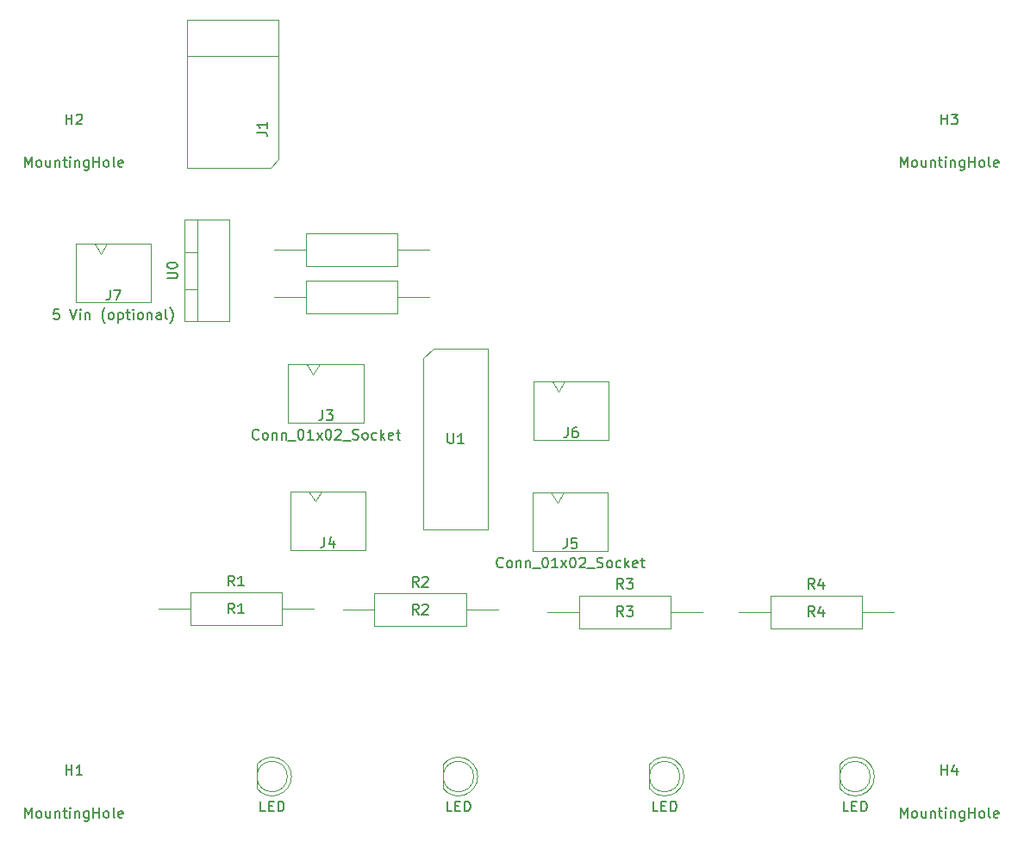
<source format=gbr>
%TF.GenerationSoftware,KiCad,Pcbnew,7.0.6*%
%TF.CreationDate,2023-12-12T17:12:19+00:00*%
%TF.ProjectId,BlankingRelay_Base,426c616e-6b69-46e6-9752-656c61795f42,rev?*%
%TF.SameCoordinates,Original*%
%TF.FileFunction,AssemblyDrawing,Top*%
%FSLAX46Y46*%
G04 Gerber Fmt 4.6, Leading zero omitted, Abs format (unit mm)*
G04 Created by KiCad (PCBNEW 7.0.6) date 2023-12-12 17:12:19*
%MOMM*%
%LPD*%
G01*
G04 APERTURE LIST*
%ADD10C,0.150000*%
%ADD11C,0.100000*%
G04 APERTURE END LIST*
D10*
X68853333Y-126934819D02*
X68520000Y-126458628D01*
X68281905Y-126934819D02*
X68281905Y-125934819D01*
X68281905Y-125934819D02*
X68662857Y-125934819D01*
X68662857Y-125934819D02*
X68758095Y-125982438D01*
X68758095Y-125982438D02*
X68805714Y-126030057D01*
X68805714Y-126030057D02*
X68853333Y-126125295D01*
X68853333Y-126125295D02*
X68853333Y-126268152D01*
X68853333Y-126268152D02*
X68805714Y-126363390D01*
X68805714Y-126363390D02*
X68758095Y-126411009D01*
X68758095Y-126411009D02*
X68662857Y-126458628D01*
X68662857Y-126458628D02*
X68281905Y-126458628D01*
X69234286Y-126030057D02*
X69281905Y-125982438D01*
X69281905Y-125982438D02*
X69377143Y-125934819D01*
X69377143Y-125934819D02*
X69615238Y-125934819D01*
X69615238Y-125934819D02*
X69710476Y-125982438D01*
X69710476Y-125982438D02*
X69758095Y-126030057D01*
X69758095Y-126030057D02*
X69805714Y-126125295D01*
X69805714Y-126125295D02*
X69805714Y-126220533D01*
X69805714Y-126220533D02*
X69758095Y-126363390D01*
X69758095Y-126363390D02*
X69186667Y-126934819D01*
X69186667Y-126934819D02*
X69805714Y-126934819D01*
X68853333Y-129654819D02*
X68520000Y-129178628D01*
X68281905Y-129654819D02*
X68281905Y-128654819D01*
X68281905Y-128654819D02*
X68662857Y-128654819D01*
X68662857Y-128654819D02*
X68758095Y-128702438D01*
X68758095Y-128702438D02*
X68805714Y-128750057D01*
X68805714Y-128750057D02*
X68853333Y-128845295D01*
X68853333Y-128845295D02*
X68853333Y-128988152D01*
X68853333Y-128988152D02*
X68805714Y-129083390D01*
X68805714Y-129083390D02*
X68758095Y-129131009D01*
X68758095Y-129131009D02*
X68662857Y-129178628D01*
X68662857Y-129178628D02*
X68281905Y-129178628D01*
X69234286Y-128750057D02*
X69281905Y-128702438D01*
X69281905Y-128702438D02*
X69377143Y-128654819D01*
X69377143Y-128654819D02*
X69615238Y-128654819D01*
X69615238Y-128654819D02*
X69710476Y-128702438D01*
X69710476Y-128702438D02*
X69758095Y-128750057D01*
X69758095Y-128750057D02*
X69805714Y-128845295D01*
X69805714Y-128845295D02*
X69805714Y-128940533D01*
X69805714Y-128940533D02*
X69758095Y-129083390D01*
X69758095Y-129083390D02*
X69186667Y-129654819D01*
X69186667Y-129654819D02*
X69805714Y-129654819D01*
X72127142Y-149014819D02*
X71650952Y-149014819D01*
X71650952Y-149014819D02*
X71650952Y-148014819D01*
X72460476Y-148491009D02*
X72793809Y-148491009D01*
X72936666Y-149014819D02*
X72460476Y-149014819D01*
X72460476Y-149014819D02*
X72460476Y-148014819D01*
X72460476Y-148014819D02*
X72936666Y-148014819D01*
X73365238Y-149014819D02*
X73365238Y-148014819D01*
X73365238Y-148014819D02*
X73603333Y-148014819D01*
X73603333Y-148014819D02*
X73746190Y-148062438D01*
X73746190Y-148062438D02*
X73841428Y-148157676D01*
X73841428Y-148157676D02*
X73889047Y-148252914D01*
X73889047Y-148252914D02*
X73936666Y-148443390D01*
X73936666Y-148443390D02*
X73936666Y-148586247D01*
X73936666Y-148586247D02*
X73889047Y-148776723D01*
X73889047Y-148776723D02*
X73841428Y-148871961D01*
X73841428Y-148871961D02*
X73746190Y-148967200D01*
X73746190Y-148967200D02*
X73603333Y-149014819D01*
X73603333Y-149014819D02*
X73365238Y-149014819D01*
X116214285Y-149654819D02*
X116214285Y-148654819D01*
X116214285Y-148654819D02*
X116547618Y-149369104D01*
X116547618Y-149369104D02*
X116880951Y-148654819D01*
X116880951Y-148654819D02*
X116880951Y-149654819D01*
X117499999Y-149654819D02*
X117404761Y-149607200D01*
X117404761Y-149607200D02*
X117357142Y-149559580D01*
X117357142Y-149559580D02*
X117309523Y-149464342D01*
X117309523Y-149464342D02*
X117309523Y-149178628D01*
X117309523Y-149178628D02*
X117357142Y-149083390D01*
X117357142Y-149083390D02*
X117404761Y-149035771D01*
X117404761Y-149035771D02*
X117499999Y-148988152D01*
X117499999Y-148988152D02*
X117642856Y-148988152D01*
X117642856Y-148988152D02*
X117738094Y-149035771D01*
X117738094Y-149035771D02*
X117785713Y-149083390D01*
X117785713Y-149083390D02*
X117833332Y-149178628D01*
X117833332Y-149178628D02*
X117833332Y-149464342D01*
X117833332Y-149464342D02*
X117785713Y-149559580D01*
X117785713Y-149559580D02*
X117738094Y-149607200D01*
X117738094Y-149607200D02*
X117642856Y-149654819D01*
X117642856Y-149654819D02*
X117499999Y-149654819D01*
X118690475Y-148988152D02*
X118690475Y-149654819D01*
X118261904Y-148988152D02*
X118261904Y-149511961D01*
X118261904Y-149511961D02*
X118309523Y-149607200D01*
X118309523Y-149607200D02*
X118404761Y-149654819D01*
X118404761Y-149654819D02*
X118547618Y-149654819D01*
X118547618Y-149654819D02*
X118642856Y-149607200D01*
X118642856Y-149607200D02*
X118690475Y-149559580D01*
X119166666Y-148988152D02*
X119166666Y-149654819D01*
X119166666Y-149083390D02*
X119214285Y-149035771D01*
X119214285Y-149035771D02*
X119309523Y-148988152D01*
X119309523Y-148988152D02*
X119452380Y-148988152D01*
X119452380Y-148988152D02*
X119547618Y-149035771D01*
X119547618Y-149035771D02*
X119595237Y-149131009D01*
X119595237Y-149131009D02*
X119595237Y-149654819D01*
X119928571Y-148988152D02*
X120309523Y-148988152D01*
X120071428Y-148654819D02*
X120071428Y-149511961D01*
X120071428Y-149511961D02*
X120119047Y-149607200D01*
X120119047Y-149607200D02*
X120214285Y-149654819D01*
X120214285Y-149654819D02*
X120309523Y-149654819D01*
X120642857Y-149654819D02*
X120642857Y-148988152D01*
X120642857Y-148654819D02*
X120595238Y-148702438D01*
X120595238Y-148702438D02*
X120642857Y-148750057D01*
X120642857Y-148750057D02*
X120690476Y-148702438D01*
X120690476Y-148702438D02*
X120642857Y-148654819D01*
X120642857Y-148654819D02*
X120642857Y-148750057D01*
X121119047Y-148988152D02*
X121119047Y-149654819D01*
X121119047Y-149083390D02*
X121166666Y-149035771D01*
X121166666Y-149035771D02*
X121261904Y-148988152D01*
X121261904Y-148988152D02*
X121404761Y-148988152D01*
X121404761Y-148988152D02*
X121499999Y-149035771D01*
X121499999Y-149035771D02*
X121547618Y-149131009D01*
X121547618Y-149131009D02*
X121547618Y-149654819D01*
X122452380Y-148988152D02*
X122452380Y-149797676D01*
X122452380Y-149797676D02*
X122404761Y-149892914D01*
X122404761Y-149892914D02*
X122357142Y-149940533D01*
X122357142Y-149940533D02*
X122261904Y-149988152D01*
X122261904Y-149988152D02*
X122119047Y-149988152D01*
X122119047Y-149988152D02*
X122023809Y-149940533D01*
X122452380Y-149607200D02*
X122357142Y-149654819D01*
X122357142Y-149654819D02*
X122166666Y-149654819D01*
X122166666Y-149654819D02*
X122071428Y-149607200D01*
X122071428Y-149607200D02*
X122023809Y-149559580D01*
X122023809Y-149559580D02*
X121976190Y-149464342D01*
X121976190Y-149464342D02*
X121976190Y-149178628D01*
X121976190Y-149178628D02*
X122023809Y-149083390D01*
X122023809Y-149083390D02*
X122071428Y-149035771D01*
X122071428Y-149035771D02*
X122166666Y-148988152D01*
X122166666Y-148988152D02*
X122357142Y-148988152D01*
X122357142Y-148988152D02*
X122452380Y-149035771D01*
X122928571Y-149654819D02*
X122928571Y-148654819D01*
X122928571Y-149131009D02*
X123499999Y-149131009D01*
X123499999Y-149654819D02*
X123499999Y-148654819D01*
X124119047Y-149654819D02*
X124023809Y-149607200D01*
X124023809Y-149607200D02*
X123976190Y-149559580D01*
X123976190Y-149559580D02*
X123928571Y-149464342D01*
X123928571Y-149464342D02*
X123928571Y-149178628D01*
X123928571Y-149178628D02*
X123976190Y-149083390D01*
X123976190Y-149083390D02*
X124023809Y-149035771D01*
X124023809Y-149035771D02*
X124119047Y-148988152D01*
X124119047Y-148988152D02*
X124261904Y-148988152D01*
X124261904Y-148988152D02*
X124357142Y-149035771D01*
X124357142Y-149035771D02*
X124404761Y-149083390D01*
X124404761Y-149083390D02*
X124452380Y-149178628D01*
X124452380Y-149178628D02*
X124452380Y-149464342D01*
X124452380Y-149464342D02*
X124404761Y-149559580D01*
X124404761Y-149559580D02*
X124357142Y-149607200D01*
X124357142Y-149607200D02*
X124261904Y-149654819D01*
X124261904Y-149654819D02*
X124119047Y-149654819D01*
X125023809Y-149654819D02*
X124928571Y-149607200D01*
X124928571Y-149607200D02*
X124880952Y-149511961D01*
X124880952Y-149511961D02*
X124880952Y-148654819D01*
X125785714Y-149607200D02*
X125690476Y-149654819D01*
X125690476Y-149654819D02*
X125500000Y-149654819D01*
X125500000Y-149654819D02*
X125404762Y-149607200D01*
X125404762Y-149607200D02*
X125357143Y-149511961D01*
X125357143Y-149511961D02*
X125357143Y-149131009D01*
X125357143Y-149131009D02*
X125404762Y-149035771D01*
X125404762Y-149035771D02*
X125500000Y-148988152D01*
X125500000Y-148988152D02*
X125690476Y-148988152D01*
X125690476Y-148988152D02*
X125785714Y-149035771D01*
X125785714Y-149035771D02*
X125833333Y-149131009D01*
X125833333Y-149131009D02*
X125833333Y-149226247D01*
X125833333Y-149226247D02*
X125357143Y-149321485D01*
X120238095Y-145454819D02*
X120238095Y-144454819D01*
X120238095Y-144931009D02*
X120809523Y-144931009D01*
X120809523Y-145454819D02*
X120809523Y-144454819D01*
X121714285Y-144788152D02*
X121714285Y-145454819D01*
X121476190Y-144407200D02*
X121238095Y-145121485D01*
X121238095Y-145121485D02*
X121857142Y-145121485D01*
X116214285Y-85654819D02*
X116214285Y-84654819D01*
X116214285Y-84654819D02*
X116547618Y-85369104D01*
X116547618Y-85369104D02*
X116880951Y-84654819D01*
X116880951Y-84654819D02*
X116880951Y-85654819D01*
X117499999Y-85654819D02*
X117404761Y-85607200D01*
X117404761Y-85607200D02*
X117357142Y-85559580D01*
X117357142Y-85559580D02*
X117309523Y-85464342D01*
X117309523Y-85464342D02*
X117309523Y-85178628D01*
X117309523Y-85178628D02*
X117357142Y-85083390D01*
X117357142Y-85083390D02*
X117404761Y-85035771D01*
X117404761Y-85035771D02*
X117499999Y-84988152D01*
X117499999Y-84988152D02*
X117642856Y-84988152D01*
X117642856Y-84988152D02*
X117738094Y-85035771D01*
X117738094Y-85035771D02*
X117785713Y-85083390D01*
X117785713Y-85083390D02*
X117833332Y-85178628D01*
X117833332Y-85178628D02*
X117833332Y-85464342D01*
X117833332Y-85464342D02*
X117785713Y-85559580D01*
X117785713Y-85559580D02*
X117738094Y-85607200D01*
X117738094Y-85607200D02*
X117642856Y-85654819D01*
X117642856Y-85654819D02*
X117499999Y-85654819D01*
X118690475Y-84988152D02*
X118690475Y-85654819D01*
X118261904Y-84988152D02*
X118261904Y-85511961D01*
X118261904Y-85511961D02*
X118309523Y-85607200D01*
X118309523Y-85607200D02*
X118404761Y-85654819D01*
X118404761Y-85654819D02*
X118547618Y-85654819D01*
X118547618Y-85654819D02*
X118642856Y-85607200D01*
X118642856Y-85607200D02*
X118690475Y-85559580D01*
X119166666Y-84988152D02*
X119166666Y-85654819D01*
X119166666Y-85083390D02*
X119214285Y-85035771D01*
X119214285Y-85035771D02*
X119309523Y-84988152D01*
X119309523Y-84988152D02*
X119452380Y-84988152D01*
X119452380Y-84988152D02*
X119547618Y-85035771D01*
X119547618Y-85035771D02*
X119595237Y-85131009D01*
X119595237Y-85131009D02*
X119595237Y-85654819D01*
X119928571Y-84988152D02*
X120309523Y-84988152D01*
X120071428Y-84654819D02*
X120071428Y-85511961D01*
X120071428Y-85511961D02*
X120119047Y-85607200D01*
X120119047Y-85607200D02*
X120214285Y-85654819D01*
X120214285Y-85654819D02*
X120309523Y-85654819D01*
X120642857Y-85654819D02*
X120642857Y-84988152D01*
X120642857Y-84654819D02*
X120595238Y-84702438D01*
X120595238Y-84702438D02*
X120642857Y-84750057D01*
X120642857Y-84750057D02*
X120690476Y-84702438D01*
X120690476Y-84702438D02*
X120642857Y-84654819D01*
X120642857Y-84654819D02*
X120642857Y-84750057D01*
X121119047Y-84988152D02*
X121119047Y-85654819D01*
X121119047Y-85083390D02*
X121166666Y-85035771D01*
X121166666Y-85035771D02*
X121261904Y-84988152D01*
X121261904Y-84988152D02*
X121404761Y-84988152D01*
X121404761Y-84988152D02*
X121499999Y-85035771D01*
X121499999Y-85035771D02*
X121547618Y-85131009D01*
X121547618Y-85131009D02*
X121547618Y-85654819D01*
X122452380Y-84988152D02*
X122452380Y-85797676D01*
X122452380Y-85797676D02*
X122404761Y-85892914D01*
X122404761Y-85892914D02*
X122357142Y-85940533D01*
X122357142Y-85940533D02*
X122261904Y-85988152D01*
X122261904Y-85988152D02*
X122119047Y-85988152D01*
X122119047Y-85988152D02*
X122023809Y-85940533D01*
X122452380Y-85607200D02*
X122357142Y-85654819D01*
X122357142Y-85654819D02*
X122166666Y-85654819D01*
X122166666Y-85654819D02*
X122071428Y-85607200D01*
X122071428Y-85607200D02*
X122023809Y-85559580D01*
X122023809Y-85559580D02*
X121976190Y-85464342D01*
X121976190Y-85464342D02*
X121976190Y-85178628D01*
X121976190Y-85178628D02*
X122023809Y-85083390D01*
X122023809Y-85083390D02*
X122071428Y-85035771D01*
X122071428Y-85035771D02*
X122166666Y-84988152D01*
X122166666Y-84988152D02*
X122357142Y-84988152D01*
X122357142Y-84988152D02*
X122452380Y-85035771D01*
X122928571Y-85654819D02*
X122928571Y-84654819D01*
X122928571Y-85131009D02*
X123499999Y-85131009D01*
X123499999Y-85654819D02*
X123499999Y-84654819D01*
X124119047Y-85654819D02*
X124023809Y-85607200D01*
X124023809Y-85607200D02*
X123976190Y-85559580D01*
X123976190Y-85559580D02*
X123928571Y-85464342D01*
X123928571Y-85464342D02*
X123928571Y-85178628D01*
X123928571Y-85178628D02*
X123976190Y-85083390D01*
X123976190Y-85083390D02*
X124023809Y-85035771D01*
X124023809Y-85035771D02*
X124119047Y-84988152D01*
X124119047Y-84988152D02*
X124261904Y-84988152D01*
X124261904Y-84988152D02*
X124357142Y-85035771D01*
X124357142Y-85035771D02*
X124404761Y-85083390D01*
X124404761Y-85083390D02*
X124452380Y-85178628D01*
X124452380Y-85178628D02*
X124452380Y-85464342D01*
X124452380Y-85464342D02*
X124404761Y-85559580D01*
X124404761Y-85559580D02*
X124357142Y-85607200D01*
X124357142Y-85607200D02*
X124261904Y-85654819D01*
X124261904Y-85654819D02*
X124119047Y-85654819D01*
X125023809Y-85654819D02*
X124928571Y-85607200D01*
X124928571Y-85607200D02*
X124880952Y-85511961D01*
X124880952Y-85511961D02*
X124880952Y-84654819D01*
X125785714Y-85607200D02*
X125690476Y-85654819D01*
X125690476Y-85654819D02*
X125500000Y-85654819D01*
X125500000Y-85654819D02*
X125404762Y-85607200D01*
X125404762Y-85607200D02*
X125357143Y-85511961D01*
X125357143Y-85511961D02*
X125357143Y-85131009D01*
X125357143Y-85131009D02*
X125404762Y-85035771D01*
X125404762Y-85035771D02*
X125500000Y-84988152D01*
X125500000Y-84988152D02*
X125690476Y-84988152D01*
X125690476Y-84988152D02*
X125785714Y-85035771D01*
X125785714Y-85035771D02*
X125833333Y-85131009D01*
X125833333Y-85131009D02*
X125833333Y-85226247D01*
X125833333Y-85226247D02*
X125357143Y-85321485D01*
X120238095Y-81454819D02*
X120238095Y-80454819D01*
X120238095Y-80931009D02*
X120809523Y-80931009D01*
X120809523Y-81454819D02*
X120809523Y-80454819D01*
X121190476Y-80454819D02*
X121809523Y-80454819D01*
X121809523Y-80454819D02*
X121476190Y-80835771D01*
X121476190Y-80835771D02*
X121619047Y-80835771D01*
X121619047Y-80835771D02*
X121714285Y-80883390D01*
X121714285Y-80883390D02*
X121761904Y-80931009D01*
X121761904Y-80931009D02*
X121809523Y-81026247D01*
X121809523Y-81026247D02*
X121809523Y-81264342D01*
X121809523Y-81264342D02*
X121761904Y-81359580D01*
X121761904Y-81359580D02*
X121714285Y-81407200D01*
X121714285Y-81407200D02*
X121619047Y-81454819D01*
X121619047Y-81454819D02*
X121333333Y-81454819D01*
X121333333Y-81454819D02*
X121238095Y-81407200D01*
X121238095Y-81407200D02*
X121190476Y-81359580D01*
X30214285Y-149654819D02*
X30214285Y-148654819D01*
X30214285Y-148654819D02*
X30547618Y-149369104D01*
X30547618Y-149369104D02*
X30880951Y-148654819D01*
X30880951Y-148654819D02*
X30880951Y-149654819D01*
X31499999Y-149654819D02*
X31404761Y-149607200D01*
X31404761Y-149607200D02*
X31357142Y-149559580D01*
X31357142Y-149559580D02*
X31309523Y-149464342D01*
X31309523Y-149464342D02*
X31309523Y-149178628D01*
X31309523Y-149178628D02*
X31357142Y-149083390D01*
X31357142Y-149083390D02*
X31404761Y-149035771D01*
X31404761Y-149035771D02*
X31499999Y-148988152D01*
X31499999Y-148988152D02*
X31642856Y-148988152D01*
X31642856Y-148988152D02*
X31738094Y-149035771D01*
X31738094Y-149035771D02*
X31785713Y-149083390D01*
X31785713Y-149083390D02*
X31833332Y-149178628D01*
X31833332Y-149178628D02*
X31833332Y-149464342D01*
X31833332Y-149464342D02*
X31785713Y-149559580D01*
X31785713Y-149559580D02*
X31738094Y-149607200D01*
X31738094Y-149607200D02*
X31642856Y-149654819D01*
X31642856Y-149654819D02*
X31499999Y-149654819D01*
X32690475Y-148988152D02*
X32690475Y-149654819D01*
X32261904Y-148988152D02*
X32261904Y-149511961D01*
X32261904Y-149511961D02*
X32309523Y-149607200D01*
X32309523Y-149607200D02*
X32404761Y-149654819D01*
X32404761Y-149654819D02*
X32547618Y-149654819D01*
X32547618Y-149654819D02*
X32642856Y-149607200D01*
X32642856Y-149607200D02*
X32690475Y-149559580D01*
X33166666Y-148988152D02*
X33166666Y-149654819D01*
X33166666Y-149083390D02*
X33214285Y-149035771D01*
X33214285Y-149035771D02*
X33309523Y-148988152D01*
X33309523Y-148988152D02*
X33452380Y-148988152D01*
X33452380Y-148988152D02*
X33547618Y-149035771D01*
X33547618Y-149035771D02*
X33595237Y-149131009D01*
X33595237Y-149131009D02*
X33595237Y-149654819D01*
X33928571Y-148988152D02*
X34309523Y-148988152D01*
X34071428Y-148654819D02*
X34071428Y-149511961D01*
X34071428Y-149511961D02*
X34119047Y-149607200D01*
X34119047Y-149607200D02*
X34214285Y-149654819D01*
X34214285Y-149654819D02*
X34309523Y-149654819D01*
X34642857Y-149654819D02*
X34642857Y-148988152D01*
X34642857Y-148654819D02*
X34595238Y-148702438D01*
X34595238Y-148702438D02*
X34642857Y-148750057D01*
X34642857Y-148750057D02*
X34690476Y-148702438D01*
X34690476Y-148702438D02*
X34642857Y-148654819D01*
X34642857Y-148654819D02*
X34642857Y-148750057D01*
X35119047Y-148988152D02*
X35119047Y-149654819D01*
X35119047Y-149083390D02*
X35166666Y-149035771D01*
X35166666Y-149035771D02*
X35261904Y-148988152D01*
X35261904Y-148988152D02*
X35404761Y-148988152D01*
X35404761Y-148988152D02*
X35499999Y-149035771D01*
X35499999Y-149035771D02*
X35547618Y-149131009D01*
X35547618Y-149131009D02*
X35547618Y-149654819D01*
X36452380Y-148988152D02*
X36452380Y-149797676D01*
X36452380Y-149797676D02*
X36404761Y-149892914D01*
X36404761Y-149892914D02*
X36357142Y-149940533D01*
X36357142Y-149940533D02*
X36261904Y-149988152D01*
X36261904Y-149988152D02*
X36119047Y-149988152D01*
X36119047Y-149988152D02*
X36023809Y-149940533D01*
X36452380Y-149607200D02*
X36357142Y-149654819D01*
X36357142Y-149654819D02*
X36166666Y-149654819D01*
X36166666Y-149654819D02*
X36071428Y-149607200D01*
X36071428Y-149607200D02*
X36023809Y-149559580D01*
X36023809Y-149559580D02*
X35976190Y-149464342D01*
X35976190Y-149464342D02*
X35976190Y-149178628D01*
X35976190Y-149178628D02*
X36023809Y-149083390D01*
X36023809Y-149083390D02*
X36071428Y-149035771D01*
X36071428Y-149035771D02*
X36166666Y-148988152D01*
X36166666Y-148988152D02*
X36357142Y-148988152D01*
X36357142Y-148988152D02*
X36452380Y-149035771D01*
X36928571Y-149654819D02*
X36928571Y-148654819D01*
X36928571Y-149131009D02*
X37499999Y-149131009D01*
X37499999Y-149654819D02*
X37499999Y-148654819D01*
X38119047Y-149654819D02*
X38023809Y-149607200D01*
X38023809Y-149607200D02*
X37976190Y-149559580D01*
X37976190Y-149559580D02*
X37928571Y-149464342D01*
X37928571Y-149464342D02*
X37928571Y-149178628D01*
X37928571Y-149178628D02*
X37976190Y-149083390D01*
X37976190Y-149083390D02*
X38023809Y-149035771D01*
X38023809Y-149035771D02*
X38119047Y-148988152D01*
X38119047Y-148988152D02*
X38261904Y-148988152D01*
X38261904Y-148988152D02*
X38357142Y-149035771D01*
X38357142Y-149035771D02*
X38404761Y-149083390D01*
X38404761Y-149083390D02*
X38452380Y-149178628D01*
X38452380Y-149178628D02*
X38452380Y-149464342D01*
X38452380Y-149464342D02*
X38404761Y-149559580D01*
X38404761Y-149559580D02*
X38357142Y-149607200D01*
X38357142Y-149607200D02*
X38261904Y-149654819D01*
X38261904Y-149654819D02*
X38119047Y-149654819D01*
X39023809Y-149654819D02*
X38928571Y-149607200D01*
X38928571Y-149607200D02*
X38880952Y-149511961D01*
X38880952Y-149511961D02*
X38880952Y-148654819D01*
X39785714Y-149607200D02*
X39690476Y-149654819D01*
X39690476Y-149654819D02*
X39500000Y-149654819D01*
X39500000Y-149654819D02*
X39404762Y-149607200D01*
X39404762Y-149607200D02*
X39357143Y-149511961D01*
X39357143Y-149511961D02*
X39357143Y-149131009D01*
X39357143Y-149131009D02*
X39404762Y-149035771D01*
X39404762Y-149035771D02*
X39500000Y-148988152D01*
X39500000Y-148988152D02*
X39690476Y-148988152D01*
X39690476Y-148988152D02*
X39785714Y-149035771D01*
X39785714Y-149035771D02*
X39833333Y-149131009D01*
X39833333Y-149131009D02*
X39833333Y-149226247D01*
X39833333Y-149226247D02*
X39357143Y-149321485D01*
X34238095Y-145454819D02*
X34238095Y-144454819D01*
X34238095Y-144931009D02*
X34809523Y-144931009D01*
X34809523Y-145454819D02*
X34809523Y-144454819D01*
X35809523Y-145454819D02*
X35238095Y-145454819D01*
X35523809Y-145454819D02*
X35523809Y-144454819D01*
X35523809Y-144454819D02*
X35428571Y-144597676D01*
X35428571Y-144597676D02*
X35333333Y-144692914D01*
X35333333Y-144692914D02*
X35238095Y-144740533D01*
X83516666Y-111254819D02*
X83516666Y-111969104D01*
X83516666Y-111969104D02*
X83469047Y-112111961D01*
X83469047Y-112111961D02*
X83373809Y-112207200D01*
X83373809Y-112207200D02*
X83230952Y-112254819D01*
X83230952Y-112254819D02*
X83135714Y-112254819D01*
X84421428Y-111254819D02*
X84230952Y-111254819D01*
X84230952Y-111254819D02*
X84135714Y-111302438D01*
X84135714Y-111302438D02*
X84088095Y-111350057D01*
X84088095Y-111350057D02*
X83992857Y-111492914D01*
X83992857Y-111492914D02*
X83945238Y-111683390D01*
X83945238Y-111683390D02*
X83945238Y-112064342D01*
X83945238Y-112064342D02*
X83992857Y-112159580D01*
X83992857Y-112159580D02*
X84040476Y-112207200D01*
X84040476Y-112207200D02*
X84135714Y-112254819D01*
X84135714Y-112254819D02*
X84326190Y-112254819D01*
X84326190Y-112254819D02*
X84421428Y-112207200D01*
X84421428Y-112207200D02*
X84469047Y-112159580D01*
X84469047Y-112159580D02*
X84516666Y-112064342D01*
X84516666Y-112064342D02*
X84516666Y-111826247D01*
X84516666Y-111826247D02*
X84469047Y-111731009D01*
X84469047Y-111731009D02*
X84421428Y-111683390D01*
X84421428Y-111683390D02*
X84326190Y-111635771D01*
X84326190Y-111635771D02*
X84135714Y-111635771D01*
X84135714Y-111635771D02*
X84040476Y-111683390D01*
X84040476Y-111683390D02*
X83992857Y-111731009D01*
X83992857Y-111731009D02*
X83945238Y-111826247D01*
X107753333Y-127134819D02*
X107420000Y-126658628D01*
X107181905Y-127134819D02*
X107181905Y-126134819D01*
X107181905Y-126134819D02*
X107562857Y-126134819D01*
X107562857Y-126134819D02*
X107658095Y-126182438D01*
X107658095Y-126182438D02*
X107705714Y-126230057D01*
X107705714Y-126230057D02*
X107753333Y-126325295D01*
X107753333Y-126325295D02*
X107753333Y-126468152D01*
X107753333Y-126468152D02*
X107705714Y-126563390D01*
X107705714Y-126563390D02*
X107658095Y-126611009D01*
X107658095Y-126611009D02*
X107562857Y-126658628D01*
X107562857Y-126658628D02*
X107181905Y-126658628D01*
X108610476Y-126468152D02*
X108610476Y-127134819D01*
X108372381Y-126087200D02*
X108134286Y-126801485D01*
X108134286Y-126801485D02*
X108753333Y-126801485D01*
X107753333Y-129854819D02*
X107420000Y-129378628D01*
X107181905Y-129854819D02*
X107181905Y-128854819D01*
X107181905Y-128854819D02*
X107562857Y-128854819D01*
X107562857Y-128854819D02*
X107658095Y-128902438D01*
X107658095Y-128902438D02*
X107705714Y-128950057D01*
X107705714Y-128950057D02*
X107753333Y-129045295D01*
X107753333Y-129045295D02*
X107753333Y-129188152D01*
X107753333Y-129188152D02*
X107705714Y-129283390D01*
X107705714Y-129283390D02*
X107658095Y-129331009D01*
X107658095Y-129331009D02*
X107562857Y-129378628D01*
X107562857Y-129378628D02*
X107181905Y-129378628D01*
X108610476Y-129188152D02*
X108610476Y-129854819D01*
X108372381Y-128807200D02*
X108134286Y-129521485D01*
X108134286Y-129521485D02*
X108753333Y-129521485D01*
X71728095Y-111834819D02*
X71728095Y-112644342D01*
X71728095Y-112644342D02*
X71775714Y-112739580D01*
X71775714Y-112739580D02*
X71823333Y-112787200D01*
X71823333Y-112787200D02*
X71918571Y-112834819D01*
X71918571Y-112834819D02*
X72109047Y-112834819D01*
X72109047Y-112834819D02*
X72204285Y-112787200D01*
X72204285Y-112787200D02*
X72251904Y-112739580D01*
X72251904Y-112739580D02*
X72299523Y-112644342D01*
X72299523Y-112644342D02*
X72299523Y-111834819D01*
X73299523Y-112834819D02*
X72728095Y-112834819D01*
X73013809Y-112834819D02*
X73013809Y-111834819D01*
X73013809Y-111834819D02*
X72918571Y-111977676D01*
X72918571Y-111977676D02*
X72823333Y-112072914D01*
X72823333Y-112072914D02*
X72728095Y-112120533D01*
X88953333Y-127134819D02*
X88620000Y-126658628D01*
X88381905Y-127134819D02*
X88381905Y-126134819D01*
X88381905Y-126134819D02*
X88762857Y-126134819D01*
X88762857Y-126134819D02*
X88858095Y-126182438D01*
X88858095Y-126182438D02*
X88905714Y-126230057D01*
X88905714Y-126230057D02*
X88953333Y-126325295D01*
X88953333Y-126325295D02*
X88953333Y-126468152D01*
X88953333Y-126468152D02*
X88905714Y-126563390D01*
X88905714Y-126563390D02*
X88858095Y-126611009D01*
X88858095Y-126611009D02*
X88762857Y-126658628D01*
X88762857Y-126658628D02*
X88381905Y-126658628D01*
X89286667Y-126134819D02*
X89905714Y-126134819D01*
X89905714Y-126134819D02*
X89572381Y-126515771D01*
X89572381Y-126515771D02*
X89715238Y-126515771D01*
X89715238Y-126515771D02*
X89810476Y-126563390D01*
X89810476Y-126563390D02*
X89858095Y-126611009D01*
X89858095Y-126611009D02*
X89905714Y-126706247D01*
X89905714Y-126706247D02*
X89905714Y-126944342D01*
X89905714Y-126944342D02*
X89858095Y-127039580D01*
X89858095Y-127039580D02*
X89810476Y-127087200D01*
X89810476Y-127087200D02*
X89715238Y-127134819D01*
X89715238Y-127134819D02*
X89429524Y-127134819D01*
X89429524Y-127134819D02*
X89334286Y-127087200D01*
X89334286Y-127087200D02*
X89286667Y-127039580D01*
X88953333Y-129854819D02*
X88620000Y-129378628D01*
X88381905Y-129854819D02*
X88381905Y-128854819D01*
X88381905Y-128854819D02*
X88762857Y-128854819D01*
X88762857Y-128854819D02*
X88858095Y-128902438D01*
X88858095Y-128902438D02*
X88905714Y-128950057D01*
X88905714Y-128950057D02*
X88953333Y-129045295D01*
X88953333Y-129045295D02*
X88953333Y-129188152D01*
X88953333Y-129188152D02*
X88905714Y-129283390D01*
X88905714Y-129283390D02*
X88858095Y-129331009D01*
X88858095Y-129331009D02*
X88762857Y-129378628D01*
X88762857Y-129378628D02*
X88381905Y-129378628D01*
X89286667Y-128854819D02*
X89905714Y-128854819D01*
X89905714Y-128854819D02*
X89572381Y-129235771D01*
X89572381Y-129235771D02*
X89715238Y-129235771D01*
X89715238Y-129235771D02*
X89810476Y-129283390D01*
X89810476Y-129283390D02*
X89858095Y-129331009D01*
X89858095Y-129331009D02*
X89905714Y-129426247D01*
X89905714Y-129426247D02*
X89905714Y-129664342D01*
X89905714Y-129664342D02*
X89858095Y-129759580D01*
X89858095Y-129759580D02*
X89810476Y-129807200D01*
X89810476Y-129807200D02*
X89715238Y-129854819D01*
X89715238Y-129854819D02*
X89429524Y-129854819D01*
X89429524Y-129854819D02*
X89334286Y-129807200D01*
X89334286Y-129807200D02*
X89286667Y-129759580D01*
X53827142Y-149014819D02*
X53350952Y-149014819D01*
X53350952Y-149014819D02*
X53350952Y-148014819D01*
X54160476Y-148491009D02*
X54493809Y-148491009D01*
X54636666Y-149014819D02*
X54160476Y-149014819D01*
X54160476Y-149014819D02*
X54160476Y-148014819D01*
X54160476Y-148014819D02*
X54636666Y-148014819D01*
X55065238Y-149014819D02*
X55065238Y-148014819D01*
X55065238Y-148014819D02*
X55303333Y-148014819D01*
X55303333Y-148014819D02*
X55446190Y-148062438D01*
X55446190Y-148062438D02*
X55541428Y-148157676D01*
X55541428Y-148157676D02*
X55589047Y-148252914D01*
X55589047Y-148252914D02*
X55636666Y-148443390D01*
X55636666Y-148443390D02*
X55636666Y-148586247D01*
X55636666Y-148586247D02*
X55589047Y-148776723D01*
X55589047Y-148776723D02*
X55541428Y-148871961D01*
X55541428Y-148871961D02*
X55446190Y-148967200D01*
X55446190Y-148967200D02*
X55303333Y-149014819D01*
X55303333Y-149014819D02*
X55065238Y-149014819D01*
X33542856Y-99629819D02*
X33066666Y-99629819D01*
X33066666Y-99629819D02*
X33019047Y-100106009D01*
X33019047Y-100106009D02*
X33066666Y-100058390D01*
X33066666Y-100058390D02*
X33161904Y-100010771D01*
X33161904Y-100010771D02*
X33399999Y-100010771D01*
X33399999Y-100010771D02*
X33495237Y-100058390D01*
X33495237Y-100058390D02*
X33542856Y-100106009D01*
X33542856Y-100106009D02*
X33590475Y-100201247D01*
X33590475Y-100201247D02*
X33590475Y-100439342D01*
X33590475Y-100439342D02*
X33542856Y-100534580D01*
X33542856Y-100534580D02*
X33495237Y-100582200D01*
X33495237Y-100582200D02*
X33399999Y-100629819D01*
X33399999Y-100629819D02*
X33161904Y-100629819D01*
X33161904Y-100629819D02*
X33066666Y-100582200D01*
X33066666Y-100582200D02*
X33019047Y-100534580D01*
X34638095Y-99629819D02*
X34971428Y-100629819D01*
X34971428Y-100629819D02*
X35304761Y-99629819D01*
X35638095Y-100629819D02*
X35638095Y-99963152D01*
X35638095Y-99629819D02*
X35590476Y-99677438D01*
X35590476Y-99677438D02*
X35638095Y-99725057D01*
X35638095Y-99725057D02*
X35685714Y-99677438D01*
X35685714Y-99677438D02*
X35638095Y-99629819D01*
X35638095Y-99629819D02*
X35638095Y-99725057D01*
X36114285Y-99963152D02*
X36114285Y-100629819D01*
X36114285Y-100058390D02*
X36161904Y-100010771D01*
X36161904Y-100010771D02*
X36257142Y-99963152D01*
X36257142Y-99963152D02*
X36399999Y-99963152D01*
X36399999Y-99963152D02*
X36495237Y-100010771D01*
X36495237Y-100010771D02*
X36542856Y-100106009D01*
X36542856Y-100106009D02*
X36542856Y-100629819D01*
X38066666Y-101010771D02*
X38019047Y-100963152D01*
X38019047Y-100963152D02*
X37923809Y-100820295D01*
X37923809Y-100820295D02*
X37876190Y-100725057D01*
X37876190Y-100725057D02*
X37828571Y-100582200D01*
X37828571Y-100582200D02*
X37780952Y-100344104D01*
X37780952Y-100344104D02*
X37780952Y-100153628D01*
X37780952Y-100153628D02*
X37828571Y-99915533D01*
X37828571Y-99915533D02*
X37876190Y-99772676D01*
X37876190Y-99772676D02*
X37923809Y-99677438D01*
X37923809Y-99677438D02*
X38019047Y-99534580D01*
X38019047Y-99534580D02*
X38066666Y-99486961D01*
X38590476Y-100629819D02*
X38495238Y-100582200D01*
X38495238Y-100582200D02*
X38447619Y-100534580D01*
X38447619Y-100534580D02*
X38400000Y-100439342D01*
X38400000Y-100439342D02*
X38400000Y-100153628D01*
X38400000Y-100153628D02*
X38447619Y-100058390D01*
X38447619Y-100058390D02*
X38495238Y-100010771D01*
X38495238Y-100010771D02*
X38590476Y-99963152D01*
X38590476Y-99963152D02*
X38733333Y-99963152D01*
X38733333Y-99963152D02*
X38828571Y-100010771D01*
X38828571Y-100010771D02*
X38876190Y-100058390D01*
X38876190Y-100058390D02*
X38923809Y-100153628D01*
X38923809Y-100153628D02*
X38923809Y-100439342D01*
X38923809Y-100439342D02*
X38876190Y-100534580D01*
X38876190Y-100534580D02*
X38828571Y-100582200D01*
X38828571Y-100582200D02*
X38733333Y-100629819D01*
X38733333Y-100629819D02*
X38590476Y-100629819D01*
X39352381Y-99963152D02*
X39352381Y-100963152D01*
X39352381Y-100010771D02*
X39447619Y-99963152D01*
X39447619Y-99963152D02*
X39638095Y-99963152D01*
X39638095Y-99963152D02*
X39733333Y-100010771D01*
X39733333Y-100010771D02*
X39780952Y-100058390D01*
X39780952Y-100058390D02*
X39828571Y-100153628D01*
X39828571Y-100153628D02*
X39828571Y-100439342D01*
X39828571Y-100439342D02*
X39780952Y-100534580D01*
X39780952Y-100534580D02*
X39733333Y-100582200D01*
X39733333Y-100582200D02*
X39638095Y-100629819D01*
X39638095Y-100629819D02*
X39447619Y-100629819D01*
X39447619Y-100629819D02*
X39352381Y-100582200D01*
X40114286Y-99963152D02*
X40495238Y-99963152D01*
X40257143Y-99629819D02*
X40257143Y-100486961D01*
X40257143Y-100486961D02*
X40304762Y-100582200D01*
X40304762Y-100582200D02*
X40400000Y-100629819D01*
X40400000Y-100629819D02*
X40495238Y-100629819D01*
X40828572Y-100629819D02*
X40828572Y-99963152D01*
X40828572Y-99629819D02*
X40780953Y-99677438D01*
X40780953Y-99677438D02*
X40828572Y-99725057D01*
X40828572Y-99725057D02*
X40876191Y-99677438D01*
X40876191Y-99677438D02*
X40828572Y-99629819D01*
X40828572Y-99629819D02*
X40828572Y-99725057D01*
X41447619Y-100629819D02*
X41352381Y-100582200D01*
X41352381Y-100582200D02*
X41304762Y-100534580D01*
X41304762Y-100534580D02*
X41257143Y-100439342D01*
X41257143Y-100439342D02*
X41257143Y-100153628D01*
X41257143Y-100153628D02*
X41304762Y-100058390D01*
X41304762Y-100058390D02*
X41352381Y-100010771D01*
X41352381Y-100010771D02*
X41447619Y-99963152D01*
X41447619Y-99963152D02*
X41590476Y-99963152D01*
X41590476Y-99963152D02*
X41685714Y-100010771D01*
X41685714Y-100010771D02*
X41733333Y-100058390D01*
X41733333Y-100058390D02*
X41780952Y-100153628D01*
X41780952Y-100153628D02*
X41780952Y-100439342D01*
X41780952Y-100439342D02*
X41733333Y-100534580D01*
X41733333Y-100534580D02*
X41685714Y-100582200D01*
X41685714Y-100582200D02*
X41590476Y-100629819D01*
X41590476Y-100629819D02*
X41447619Y-100629819D01*
X42209524Y-99963152D02*
X42209524Y-100629819D01*
X42209524Y-100058390D02*
X42257143Y-100010771D01*
X42257143Y-100010771D02*
X42352381Y-99963152D01*
X42352381Y-99963152D02*
X42495238Y-99963152D01*
X42495238Y-99963152D02*
X42590476Y-100010771D01*
X42590476Y-100010771D02*
X42638095Y-100106009D01*
X42638095Y-100106009D02*
X42638095Y-100629819D01*
X43542857Y-100629819D02*
X43542857Y-100106009D01*
X43542857Y-100106009D02*
X43495238Y-100010771D01*
X43495238Y-100010771D02*
X43400000Y-99963152D01*
X43400000Y-99963152D02*
X43209524Y-99963152D01*
X43209524Y-99963152D02*
X43114286Y-100010771D01*
X43542857Y-100582200D02*
X43447619Y-100629819D01*
X43447619Y-100629819D02*
X43209524Y-100629819D01*
X43209524Y-100629819D02*
X43114286Y-100582200D01*
X43114286Y-100582200D02*
X43066667Y-100486961D01*
X43066667Y-100486961D02*
X43066667Y-100391723D01*
X43066667Y-100391723D02*
X43114286Y-100296485D01*
X43114286Y-100296485D02*
X43209524Y-100248866D01*
X43209524Y-100248866D02*
X43447619Y-100248866D01*
X43447619Y-100248866D02*
X43542857Y-100201247D01*
X44161905Y-100629819D02*
X44066667Y-100582200D01*
X44066667Y-100582200D02*
X44019048Y-100486961D01*
X44019048Y-100486961D02*
X44019048Y-99629819D01*
X44447620Y-101010771D02*
X44495239Y-100963152D01*
X44495239Y-100963152D02*
X44590477Y-100820295D01*
X44590477Y-100820295D02*
X44638096Y-100725057D01*
X44638096Y-100725057D02*
X44685715Y-100582200D01*
X44685715Y-100582200D02*
X44733334Y-100344104D01*
X44733334Y-100344104D02*
X44733334Y-100153628D01*
X44733334Y-100153628D02*
X44685715Y-99915533D01*
X44685715Y-99915533D02*
X44638096Y-99772676D01*
X44638096Y-99772676D02*
X44590477Y-99677438D01*
X44590477Y-99677438D02*
X44495239Y-99534580D01*
X44495239Y-99534580D02*
X44447620Y-99486961D01*
X38566666Y-97729819D02*
X38566666Y-98444104D01*
X38566666Y-98444104D02*
X38519047Y-98586961D01*
X38519047Y-98586961D02*
X38423809Y-98682200D01*
X38423809Y-98682200D02*
X38280952Y-98729819D01*
X38280952Y-98729819D02*
X38185714Y-98729819D01*
X38947619Y-97729819D02*
X39614285Y-97729819D01*
X39614285Y-97729819D02*
X39185714Y-98729819D01*
X52992319Y-82253333D02*
X53706604Y-82253333D01*
X53706604Y-82253333D02*
X53849461Y-82300952D01*
X53849461Y-82300952D02*
X53944700Y-82396190D01*
X53944700Y-82396190D02*
X53992319Y-82539047D01*
X53992319Y-82539047D02*
X53992319Y-82634285D01*
X53992319Y-81253333D02*
X53992319Y-81824761D01*
X53992319Y-81539047D02*
X52992319Y-81539047D01*
X52992319Y-81539047D02*
X53135176Y-81634285D01*
X53135176Y-81634285D02*
X53230414Y-81729523D01*
X53230414Y-81729523D02*
X53278033Y-81824761D01*
X53154760Y-112359580D02*
X53107141Y-112407200D01*
X53107141Y-112407200D02*
X52964284Y-112454819D01*
X52964284Y-112454819D02*
X52869046Y-112454819D01*
X52869046Y-112454819D02*
X52726189Y-112407200D01*
X52726189Y-112407200D02*
X52630951Y-112311961D01*
X52630951Y-112311961D02*
X52583332Y-112216723D01*
X52583332Y-112216723D02*
X52535713Y-112026247D01*
X52535713Y-112026247D02*
X52535713Y-111883390D01*
X52535713Y-111883390D02*
X52583332Y-111692914D01*
X52583332Y-111692914D02*
X52630951Y-111597676D01*
X52630951Y-111597676D02*
X52726189Y-111502438D01*
X52726189Y-111502438D02*
X52869046Y-111454819D01*
X52869046Y-111454819D02*
X52964284Y-111454819D01*
X52964284Y-111454819D02*
X53107141Y-111502438D01*
X53107141Y-111502438D02*
X53154760Y-111550057D01*
X53726189Y-112454819D02*
X53630951Y-112407200D01*
X53630951Y-112407200D02*
X53583332Y-112359580D01*
X53583332Y-112359580D02*
X53535713Y-112264342D01*
X53535713Y-112264342D02*
X53535713Y-111978628D01*
X53535713Y-111978628D02*
X53583332Y-111883390D01*
X53583332Y-111883390D02*
X53630951Y-111835771D01*
X53630951Y-111835771D02*
X53726189Y-111788152D01*
X53726189Y-111788152D02*
X53869046Y-111788152D01*
X53869046Y-111788152D02*
X53964284Y-111835771D01*
X53964284Y-111835771D02*
X54011903Y-111883390D01*
X54011903Y-111883390D02*
X54059522Y-111978628D01*
X54059522Y-111978628D02*
X54059522Y-112264342D01*
X54059522Y-112264342D02*
X54011903Y-112359580D01*
X54011903Y-112359580D02*
X53964284Y-112407200D01*
X53964284Y-112407200D02*
X53869046Y-112454819D01*
X53869046Y-112454819D02*
X53726189Y-112454819D01*
X54488094Y-111788152D02*
X54488094Y-112454819D01*
X54488094Y-111883390D02*
X54535713Y-111835771D01*
X54535713Y-111835771D02*
X54630951Y-111788152D01*
X54630951Y-111788152D02*
X54773808Y-111788152D01*
X54773808Y-111788152D02*
X54869046Y-111835771D01*
X54869046Y-111835771D02*
X54916665Y-111931009D01*
X54916665Y-111931009D02*
X54916665Y-112454819D01*
X55392856Y-111788152D02*
X55392856Y-112454819D01*
X55392856Y-111883390D02*
X55440475Y-111835771D01*
X55440475Y-111835771D02*
X55535713Y-111788152D01*
X55535713Y-111788152D02*
X55678570Y-111788152D01*
X55678570Y-111788152D02*
X55773808Y-111835771D01*
X55773808Y-111835771D02*
X55821427Y-111931009D01*
X55821427Y-111931009D02*
X55821427Y-112454819D01*
X56059523Y-112550057D02*
X56821427Y-112550057D01*
X57249999Y-111454819D02*
X57345237Y-111454819D01*
X57345237Y-111454819D02*
X57440475Y-111502438D01*
X57440475Y-111502438D02*
X57488094Y-111550057D01*
X57488094Y-111550057D02*
X57535713Y-111645295D01*
X57535713Y-111645295D02*
X57583332Y-111835771D01*
X57583332Y-111835771D02*
X57583332Y-112073866D01*
X57583332Y-112073866D02*
X57535713Y-112264342D01*
X57535713Y-112264342D02*
X57488094Y-112359580D01*
X57488094Y-112359580D02*
X57440475Y-112407200D01*
X57440475Y-112407200D02*
X57345237Y-112454819D01*
X57345237Y-112454819D02*
X57249999Y-112454819D01*
X57249999Y-112454819D02*
X57154761Y-112407200D01*
X57154761Y-112407200D02*
X57107142Y-112359580D01*
X57107142Y-112359580D02*
X57059523Y-112264342D01*
X57059523Y-112264342D02*
X57011904Y-112073866D01*
X57011904Y-112073866D02*
X57011904Y-111835771D01*
X57011904Y-111835771D02*
X57059523Y-111645295D01*
X57059523Y-111645295D02*
X57107142Y-111550057D01*
X57107142Y-111550057D02*
X57154761Y-111502438D01*
X57154761Y-111502438D02*
X57249999Y-111454819D01*
X58535713Y-112454819D02*
X57964285Y-112454819D01*
X58249999Y-112454819D02*
X58249999Y-111454819D01*
X58249999Y-111454819D02*
X58154761Y-111597676D01*
X58154761Y-111597676D02*
X58059523Y-111692914D01*
X58059523Y-111692914D02*
X57964285Y-111740533D01*
X58869047Y-112454819D02*
X59392856Y-111788152D01*
X58869047Y-111788152D02*
X59392856Y-112454819D01*
X59964285Y-111454819D02*
X60059523Y-111454819D01*
X60059523Y-111454819D02*
X60154761Y-111502438D01*
X60154761Y-111502438D02*
X60202380Y-111550057D01*
X60202380Y-111550057D02*
X60249999Y-111645295D01*
X60249999Y-111645295D02*
X60297618Y-111835771D01*
X60297618Y-111835771D02*
X60297618Y-112073866D01*
X60297618Y-112073866D02*
X60249999Y-112264342D01*
X60249999Y-112264342D02*
X60202380Y-112359580D01*
X60202380Y-112359580D02*
X60154761Y-112407200D01*
X60154761Y-112407200D02*
X60059523Y-112454819D01*
X60059523Y-112454819D02*
X59964285Y-112454819D01*
X59964285Y-112454819D02*
X59869047Y-112407200D01*
X59869047Y-112407200D02*
X59821428Y-112359580D01*
X59821428Y-112359580D02*
X59773809Y-112264342D01*
X59773809Y-112264342D02*
X59726190Y-112073866D01*
X59726190Y-112073866D02*
X59726190Y-111835771D01*
X59726190Y-111835771D02*
X59773809Y-111645295D01*
X59773809Y-111645295D02*
X59821428Y-111550057D01*
X59821428Y-111550057D02*
X59869047Y-111502438D01*
X59869047Y-111502438D02*
X59964285Y-111454819D01*
X60678571Y-111550057D02*
X60726190Y-111502438D01*
X60726190Y-111502438D02*
X60821428Y-111454819D01*
X60821428Y-111454819D02*
X61059523Y-111454819D01*
X61059523Y-111454819D02*
X61154761Y-111502438D01*
X61154761Y-111502438D02*
X61202380Y-111550057D01*
X61202380Y-111550057D02*
X61249999Y-111645295D01*
X61249999Y-111645295D02*
X61249999Y-111740533D01*
X61249999Y-111740533D02*
X61202380Y-111883390D01*
X61202380Y-111883390D02*
X60630952Y-112454819D01*
X60630952Y-112454819D02*
X61249999Y-112454819D01*
X61440476Y-112550057D02*
X62202380Y-112550057D01*
X62392857Y-112407200D02*
X62535714Y-112454819D01*
X62535714Y-112454819D02*
X62773809Y-112454819D01*
X62773809Y-112454819D02*
X62869047Y-112407200D01*
X62869047Y-112407200D02*
X62916666Y-112359580D01*
X62916666Y-112359580D02*
X62964285Y-112264342D01*
X62964285Y-112264342D02*
X62964285Y-112169104D01*
X62964285Y-112169104D02*
X62916666Y-112073866D01*
X62916666Y-112073866D02*
X62869047Y-112026247D01*
X62869047Y-112026247D02*
X62773809Y-111978628D01*
X62773809Y-111978628D02*
X62583333Y-111931009D01*
X62583333Y-111931009D02*
X62488095Y-111883390D01*
X62488095Y-111883390D02*
X62440476Y-111835771D01*
X62440476Y-111835771D02*
X62392857Y-111740533D01*
X62392857Y-111740533D02*
X62392857Y-111645295D01*
X62392857Y-111645295D02*
X62440476Y-111550057D01*
X62440476Y-111550057D02*
X62488095Y-111502438D01*
X62488095Y-111502438D02*
X62583333Y-111454819D01*
X62583333Y-111454819D02*
X62821428Y-111454819D01*
X62821428Y-111454819D02*
X62964285Y-111502438D01*
X63535714Y-112454819D02*
X63440476Y-112407200D01*
X63440476Y-112407200D02*
X63392857Y-112359580D01*
X63392857Y-112359580D02*
X63345238Y-112264342D01*
X63345238Y-112264342D02*
X63345238Y-111978628D01*
X63345238Y-111978628D02*
X63392857Y-111883390D01*
X63392857Y-111883390D02*
X63440476Y-111835771D01*
X63440476Y-111835771D02*
X63535714Y-111788152D01*
X63535714Y-111788152D02*
X63678571Y-111788152D01*
X63678571Y-111788152D02*
X63773809Y-111835771D01*
X63773809Y-111835771D02*
X63821428Y-111883390D01*
X63821428Y-111883390D02*
X63869047Y-111978628D01*
X63869047Y-111978628D02*
X63869047Y-112264342D01*
X63869047Y-112264342D02*
X63821428Y-112359580D01*
X63821428Y-112359580D02*
X63773809Y-112407200D01*
X63773809Y-112407200D02*
X63678571Y-112454819D01*
X63678571Y-112454819D02*
X63535714Y-112454819D01*
X64726190Y-112407200D02*
X64630952Y-112454819D01*
X64630952Y-112454819D02*
X64440476Y-112454819D01*
X64440476Y-112454819D02*
X64345238Y-112407200D01*
X64345238Y-112407200D02*
X64297619Y-112359580D01*
X64297619Y-112359580D02*
X64250000Y-112264342D01*
X64250000Y-112264342D02*
X64250000Y-111978628D01*
X64250000Y-111978628D02*
X64297619Y-111883390D01*
X64297619Y-111883390D02*
X64345238Y-111835771D01*
X64345238Y-111835771D02*
X64440476Y-111788152D01*
X64440476Y-111788152D02*
X64630952Y-111788152D01*
X64630952Y-111788152D02*
X64726190Y-111835771D01*
X65154762Y-112454819D02*
X65154762Y-111454819D01*
X65250000Y-112073866D02*
X65535714Y-112454819D01*
X65535714Y-111788152D02*
X65154762Y-112169104D01*
X66345238Y-112407200D02*
X66250000Y-112454819D01*
X66250000Y-112454819D02*
X66059524Y-112454819D01*
X66059524Y-112454819D02*
X65964286Y-112407200D01*
X65964286Y-112407200D02*
X65916667Y-112311961D01*
X65916667Y-112311961D02*
X65916667Y-111931009D01*
X65916667Y-111931009D02*
X65964286Y-111835771D01*
X65964286Y-111835771D02*
X66059524Y-111788152D01*
X66059524Y-111788152D02*
X66250000Y-111788152D01*
X66250000Y-111788152D02*
X66345238Y-111835771D01*
X66345238Y-111835771D02*
X66392857Y-111931009D01*
X66392857Y-111931009D02*
X66392857Y-112026247D01*
X66392857Y-112026247D02*
X65916667Y-112121485D01*
X66678572Y-111788152D02*
X67059524Y-111788152D01*
X66821429Y-111454819D02*
X66821429Y-112311961D01*
X66821429Y-112311961D02*
X66869048Y-112407200D01*
X66869048Y-112407200D02*
X66964286Y-112454819D01*
X66964286Y-112454819D02*
X67059524Y-112454819D01*
X59416666Y-109554819D02*
X59416666Y-110269104D01*
X59416666Y-110269104D02*
X59369047Y-110411961D01*
X59369047Y-110411961D02*
X59273809Y-110507200D01*
X59273809Y-110507200D02*
X59130952Y-110554819D01*
X59130952Y-110554819D02*
X59035714Y-110554819D01*
X59797619Y-109554819D02*
X60416666Y-109554819D01*
X60416666Y-109554819D02*
X60083333Y-109935771D01*
X60083333Y-109935771D02*
X60226190Y-109935771D01*
X60226190Y-109935771D02*
X60321428Y-109983390D01*
X60321428Y-109983390D02*
X60369047Y-110031009D01*
X60369047Y-110031009D02*
X60416666Y-110126247D01*
X60416666Y-110126247D02*
X60416666Y-110364342D01*
X60416666Y-110364342D02*
X60369047Y-110459580D01*
X60369047Y-110459580D02*
X60321428Y-110507200D01*
X60321428Y-110507200D02*
X60226190Y-110554819D01*
X60226190Y-110554819D02*
X59940476Y-110554819D01*
X59940476Y-110554819D02*
X59845238Y-110507200D01*
X59845238Y-110507200D02*
X59797619Y-110459580D01*
X111087142Y-149014819D02*
X110610952Y-149014819D01*
X110610952Y-149014819D02*
X110610952Y-148014819D01*
X111420476Y-148491009D02*
X111753809Y-148491009D01*
X111896666Y-149014819D02*
X111420476Y-149014819D01*
X111420476Y-149014819D02*
X111420476Y-148014819D01*
X111420476Y-148014819D02*
X111896666Y-148014819D01*
X112325238Y-149014819D02*
X112325238Y-148014819D01*
X112325238Y-148014819D02*
X112563333Y-148014819D01*
X112563333Y-148014819D02*
X112706190Y-148062438D01*
X112706190Y-148062438D02*
X112801428Y-148157676D01*
X112801428Y-148157676D02*
X112849047Y-148252914D01*
X112849047Y-148252914D02*
X112896666Y-148443390D01*
X112896666Y-148443390D02*
X112896666Y-148586247D01*
X112896666Y-148586247D02*
X112849047Y-148776723D01*
X112849047Y-148776723D02*
X112801428Y-148871961D01*
X112801428Y-148871961D02*
X112706190Y-148967200D01*
X112706190Y-148967200D02*
X112563333Y-149014819D01*
X112563333Y-149014819D02*
X112325238Y-149014819D01*
X30214285Y-85654819D02*
X30214285Y-84654819D01*
X30214285Y-84654819D02*
X30547618Y-85369104D01*
X30547618Y-85369104D02*
X30880951Y-84654819D01*
X30880951Y-84654819D02*
X30880951Y-85654819D01*
X31499999Y-85654819D02*
X31404761Y-85607200D01*
X31404761Y-85607200D02*
X31357142Y-85559580D01*
X31357142Y-85559580D02*
X31309523Y-85464342D01*
X31309523Y-85464342D02*
X31309523Y-85178628D01*
X31309523Y-85178628D02*
X31357142Y-85083390D01*
X31357142Y-85083390D02*
X31404761Y-85035771D01*
X31404761Y-85035771D02*
X31499999Y-84988152D01*
X31499999Y-84988152D02*
X31642856Y-84988152D01*
X31642856Y-84988152D02*
X31738094Y-85035771D01*
X31738094Y-85035771D02*
X31785713Y-85083390D01*
X31785713Y-85083390D02*
X31833332Y-85178628D01*
X31833332Y-85178628D02*
X31833332Y-85464342D01*
X31833332Y-85464342D02*
X31785713Y-85559580D01*
X31785713Y-85559580D02*
X31738094Y-85607200D01*
X31738094Y-85607200D02*
X31642856Y-85654819D01*
X31642856Y-85654819D02*
X31499999Y-85654819D01*
X32690475Y-84988152D02*
X32690475Y-85654819D01*
X32261904Y-84988152D02*
X32261904Y-85511961D01*
X32261904Y-85511961D02*
X32309523Y-85607200D01*
X32309523Y-85607200D02*
X32404761Y-85654819D01*
X32404761Y-85654819D02*
X32547618Y-85654819D01*
X32547618Y-85654819D02*
X32642856Y-85607200D01*
X32642856Y-85607200D02*
X32690475Y-85559580D01*
X33166666Y-84988152D02*
X33166666Y-85654819D01*
X33166666Y-85083390D02*
X33214285Y-85035771D01*
X33214285Y-85035771D02*
X33309523Y-84988152D01*
X33309523Y-84988152D02*
X33452380Y-84988152D01*
X33452380Y-84988152D02*
X33547618Y-85035771D01*
X33547618Y-85035771D02*
X33595237Y-85131009D01*
X33595237Y-85131009D02*
X33595237Y-85654819D01*
X33928571Y-84988152D02*
X34309523Y-84988152D01*
X34071428Y-84654819D02*
X34071428Y-85511961D01*
X34071428Y-85511961D02*
X34119047Y-85607200D01*
X34119047Y-85607200D02*
X34214285Y-85654819D01*
X34214285Y-85654819D02*
X34309523Y-85654819D01*
X34642857Y-85654819D02*
X34642857Y-84988152D01*
X34642857Y-84654819D02*
X34595238Y-84702438D01*
X34595238Y-84702438D02*
X34642857Y-84750057D01*
X34642857Y-84750057D02*
X34690476Y-84702438D01*
X34690476Y-84702438D02*
X34642857Y-84654819D01*
X34642857Y-84654819D02*
X34642857Y-84750057D01*
X35119047Y-84988152D02*
X35119047Y-85654819D01*
X35119047Y-85083390D02*
X35166666Y-85035771D01*
X35166666Y-85035771D02*
X35261904Y-84988152D01*
X35261904Y-84988152D02*
X35404761Y-84988152D01*
X35404761Y-84988152D02*
X35499999Y-85035771D01*
X35499999Y-85035771D02*
X35547618Y-85131009D01*
X35547618Y-85131009D02*
X35547618Y-85654819D01*
X36452380Y-84988152D02*
X36452380Y-85797676D01*
X36452380Y-85797676D02*
X36404761Y-85892914D01*
X36404761Y-85892914D02*
X36357142Y-85940533D01*
X36357142Y-85940533D02*
X36261904Y-85988152D01*
X36261904Y-85988152D02*
X36119047Y-85988152D01*
X36119047Y-85988152D02*
X36023809Y-85940533D01*
X36452380Y-85607200D02*
X36357142Y-85654819D01*
X36357142Y-85654819D02*
X36166666Y-85654819D01*
X36166666Y-85654819D02*
X36071428Y-85607200D01*
X36071428Y-85607200D02*
X36023809Y-85559580D01*
X36023809Y-85559580D02*
X35976190Y-85464342D01*
X35976190Y-85464342D02*
X35976190Y-85178628D01*
X35976190Y-85178628D02*
X36023809Y-85083390D01*
X36023809Y-85083390D02*
X36071428Y-85035771D01*
X36071428Y-85035771D02*
X36166666Y-84988152D01*
X36166666Y-84988152D02*
X36357142Y-84988152D01*
X36357142Y-84988152D02*
X36452380Y-85035771D01*
X36928571Y-85654819D02*
X36928571Y-84654819D01*
X36928571Y-85131009D02*
X37499999Y-85131009D01*
X37499999Y-85654819D02*
X37499999Y-84654819D01*
X38119047Y-85654819D02*
X38023809Y-85607200D01*
X38023809Y-85607200D02*
X37976190Y-85559580D01*
X37976190Y-85559580D02*
X37928571Y-85464342D01*
X37928571Y-85464342D02*
X37928571Y-85178628D01*
X37928571Y-85178628D02*
X37976190Y-85083390D01*
X37976190Y-85083390D02*
X38023809Y-85035771D01*
X38023809Y-85035771D02*
X38119047Y-84988152D01*
X38119047Y-84988152D02*
X38261904Y-84988152D01*
X38261904Y-84988152D02*
X38357142Y-85035771D01*
X38357142Y-85035771D02*
X38404761Y-85083390D01*
X38404761Y-85083390D02*
X38452380Y-85178628D01*
X38452380Y-85178628D02*
X38452380Y-85464342D01*
X38452380Y-85464342D02*
X38404761Y-85559580D01*
X38404761Y-85559580D02*
X38357142Y-85607200D01*
X38357142Y-85607200D02*
X38261904Y-85654819D01*
X38261904Y-85654819D02*
X38119047Y-85654819D01*
X39023809Y-85654819D02*
X38928571Y-85607200D01*
X38928571Y-85607200D02*
X38880952Y-85511961D01*
X38880952Y-85511961D02*
X38880952Y-84654819D01*
X39785714Y-85607200D02*
X39690476Y-85654819D01*
X39690476Y-85654819D02*
X39500000Y-85654819D01*
X39500000Y-85654819D02*
X39404762Y-85607200D01*
X39404762Y-85607200D02*
X39357143Y-85511961D01*
X39357143Y-85511961D02*
X39357143Y-85131009D01*
X39357143Y-85131009D02*
X39404762Y-85035771D01*
X39404762Y-85035771D02*
X39500000Y-84988152D01*
X39500000Y-84988152D02*
X39690476Y-84988152D01*
X39690476Y-84988152D02*
X39785714Y-85035771D01*
X39785714Y-85035771D02*
X39833333Y-85131009D01*
X39833333Y-85131009D02*
X39833333Y-85226247D01*
X39833333Y-85226247D02*
X39357143Y-85321485D01*
X34238095Y-81454819D02*
X34238095Y-80454819D01*
X34238095Y-80931009D02*
X34809523Y-80931009D01*
X34809523Y-81454819D02*
X34809523Y-80454819D01*
X35238095Y-80550057D02*
X35285714Y-80502438D01*
X35285714Y-80502438D02*
X35380952Y-80454819D01*
X35380952Y-80454819D02*
X35619047Y-80454819D01*
X35619047Y-80454819D02*
X35714285Y-80502438D01*
X35714285Y-80502438D02*
X35761904Y-80550057D01*
X35761904Y-80550057D02*
X35809523Y-80645295D01*
X35809523Y-80645295D02*
X35809523Y-80740533D01*
X35809523Y-80740533D02*
X35761904Y-80883390D01*
X35761904Y-80883390D02*
X35190476Y-81454819D01*
X35190476Y-81454819D02*
X35809523Y-81454819D01*
X92387142Y-149014819D02*
X91910952Y-149014819D01*
X91910952Y-149014819D02*
X91910952Y-148014819D01*
X92720476Y-148491009D02*
X93053809Y-148491009D01*
X93196666Y-149014819D02*
X92720476Y-149014819D01*
X92720476Y-149014819D02*
X92720476Y-148014819D01*
X92720476Y-148014819D02*
X93196666Y-148014819D01*
X93625238Y-149014819D02*
X93625238Y-148014819D01*
X93625238Y-148014819D02*
X93863333Y-148014819D01*
X93863333Y-148014819D02*
X94006190Y-148062438D01*
X94006190Y-148062438D02*
X94101428Y-148157676D01*
X94101428Y-148157676D02*
X94149047Y-148252914D01*
X94149047Y-148252914D02*
X94196666Y-148443390D01*
X94196666Y-148443390D02*
X94196666Y-148586247D01*
X94196666Y-148586247D02*
X94149047Y-148776723D01*
X94149047Y-148776723D02*
X94101428Y-148871961D01*
X94101428Y-148871961D02*
X94006190Y-148967200D01*
X94006190Y-148967200D02*
X93863333Y-149014819D01*
X93863333Y-149014819D02*
X93625238Y-149014819D01*
X59616666Y-122054819D02*
X59616666Y-122769104D01*
X59616666Y-122769104D02*
X59569047Y-122911961D01*
X59569047Y-122911961D02*
X59473809Y-123007200D01*
X59473809Y-123007200D02*
X59330952Y-123054819D01*
X59330952Y-123054819D02*
X59235714Y-123054819D01*
X60521428Y-122388152D02*
X60521428Y-123054819D01*
X60283333Y-122007200D02*
X60045238Y-122721485D01*
X60045238Y-122721485D02*
X60664285Y-122721485D01*
X44159819Y-96611904D02*
X44969342Y-96611904D01*
X44969342Y-96611904D02*
X45064580Y-96564285D01*
X45064580Y-96564285D02*
X45112200Y-96516666D01*
X45112200Y-96516666D02*
X45159819Y-96421428D01*
X45159819Y-96421428D02*
X45159819Y-96230952D01*
X45159819Y-96230952D02*
X45112200Y-96135714D01*
X45112200Y-96135714D02*
X45064580Y-96088095D01*
X45064580Y-96088095D02*
X44969342Y-96040476D01*
X44969342Y-96040476D02*
X44159819Y-96040476D01*
X44159819Y-95373809D02*
X44159819Y-95278571D01*
X44159819Y-95278571D02*
X44207438Y-95183333D01*
X44207438Y-95183333D02*
X44255057Y-95135714D01*
X44255057Y-95135714D02*
X44350295Y-95088095D01*
X44350295Y-95088095D02*
X44540771Y-95040476D01*
X44540771Y-95040476D02*
X44778866Y-95040476D01*
X44778866Y-95040476D02*
X44969342Y-95088095D01*
X44969342Y-95088095D02*
X45064580Y-95135714D01*
X45064580Y-95135714D02*
X45112200Y-95183333D01*
X45112200Y-95183333D02*
X45159819Y-95278571D01*
X45159819Y-95278571D02*
X45159819Y-95373809D01*
X45159819Y-95373809D02*
X45112200Y-95469047D01*
X45112200Y-95469047D02*
X45064580Y-95516666D01*
X45064580Y-95516666D02*
X44969342Y-95564285D01*
X44969342Y-95564285D02*
X44778866Y-95611904D01*
X44778866Y-95611904D02*
X44540771Y-95611904D01*
X44540771Y-95611904D02*
X44350295Y-95564285D01*
X44350295Y-95564285D02*
X44255057Y-95516666D01*
X44255057Y-95516666D02*
X44207438Y-95469047D01*
X44207438Y-95469047D02*
X44159819Y-95373809D01*
X44159819Y-96611904D02*
X44969342Y-96611904D01*
X44969342Y-96611904D02*
X45064580Y-96564285D01*
X45064580Y-96564285D02*
X45112200Y-96516666D01*
X45112200Y-96516666D02*
X45159819Y-96421428D01*
X45159819Y-96421428D02*
X45159819Y-96230952D01*
X45159819Y-96230952D02*
X45112200Y-96135714D01*
X45112200Y-96135714D02*
X45064580Y-96088095D01*
X45064580Y-96088095D02*
X44969342Y-96040476D01*
X44969342Y-96040476D02*
X44159819Y-96040476D01*
X44159819Y-95373809D02*
X44159819Y-95278571D01*
X44159819Y-95278571D02*
X44207438Y-95183333D01*
X44207438Y-95183333D02*
X44255057Y-95135714D01*
X44255057Y-95135714D02*
X44350295Y-95088095D01*
X44350295Y-95088095D02*
X44540771Y-95040476D01*
X44540771Y-95040476D02*
X44778866Y-95040476D01*
X44778866Y-95040476D02*
X44969342Y-95088095D01*
X44969342Y-95088095D02*
X45064580Y-95135714D01*
X45064580Y-95135714D02*
X45112200Y-95183333D01*
X45112200Y-95183333D02*
X45159819Y-95278571D01*
X45159819Y-95278571D02*
X45159819Y-95373809D01*
X45159819Y-95373809D02*
X45112200Y-95469047D01*
X45112200Y-95469047D02*
X45064580Y-95516666D01*
X45064580Y-95516666D02*
X44969342Y-95564285D01*
X44969342Y-95564285D02*
X44778866Y-95611904D01*
X44778866Y-95611904D02*
X44540771Y-95611904D01*
X44540771Y-95611904D02*
X44350295Y-95564285D01*
X44350295Y-95564285D02*
X44255057Y-95516666D01*
X44255057Y-95516666D02*
X44207438Y-95469047D01*
X44207438Y-95469047D02*
X44159819Y-95373809D01*
X77154760Y-124959580D02*
X77107141Y-125007200D01*
X77107141Y-125007200D02*
X76964284Y-125054819D01*
X76964284Y-125054819D02*
X76869046Y-125054819D01*
X76869046Y-125054819D02*
X76726189Y-125007200D01*
X76726189Y-125007200D02*
X76630951Y-124911961D01*
X76630951Y-124911961D02*
X76583332Y-124816723D01*
X76583332Y-124816723D02*
X76535713Y-124626247D01*
X76535713Y-124626247D02*
X76535713Y-124483390D01*
X76535713Y-124483390D02*
X76583332Y-124292914D01*
X76583332Y-124292914D02*
X76630951Y-124197676D01*
X76630951Y-124197676D02*
X76726189Y-124102438D01*
X76726189Y-124102438D02*
X76869046Y-124054819D01*
X76869046Y-124054819D02*
X76964284Y-124054819D01*
X76964284Y-124054819D02*
X77107141Y-124102438D01*
X77107141Y-124102438D02*
X77154760Y-124150057D01*
X77726189Y-125054819D02*
X77630951Y-125007200D01*
X77630951Y-125007200D02*
X77583332Y-124959580D01*
X77583332Y-124959580D02*
X77535713Y-124864342D01*
X77535713Y-124864342D02*
X77535713Y-124578628D01*
X77535713Y-124578628D02*
X77583332Y-124483390D01*
X77583332Y-124483390D02*
X77630951Y-124435771D01*
X77630951Y-124435771D02*
X77726189Y-124388152D01*
X77726189Y-124388152D02*
X77869046Y-124388152D01*
X77869046Y-124388152D02*
X77964284Y-124435771D01*
X77964284Y-124435771D02*
X78011903Y-124483390D01*
X78011903Y-124483390D02*
X78059522Y-124578628D01*
X78059522Y-124578628D02*
X78059522Y-124864342D01*
X78059522Y-124864342D02*
X78011903Y-124959580D01*
X78011903Y-124959580D02*
X77964284Y-125007200D01*
X77964284Y-125007200D02*
X77869046Y-125054819D01*
X77869046Y-125054819D02*
X77726189Y-125054819D01*
X78488094Y-124388152D02*
X78488094Y-125054819D01*
X78488094Y-124483390D02*
X78535713Y-124435771D01*
X78535713Y-124435771D02*
X78630951Y-124388152D01*
X78630951Y-124388152D02*
X78773808Y-124388152D01*
X78773808Y-124388152D02*
X78869046Y-124435771D01*
X78869046Y-124435771D02*
X78916665Y-124531009D01*
X78916665Y-124531009D02*
X78916665Y-125054819D01*
X79392856Y-124388152D02*
X79392856Y-125054819D01*
X79392856Y-124483390D02*
X79440475Y-124435771D01*
X79440475Y-124435771D02*
X79535713Y-124388152D01*
X79535713Y-124388152D02*
X79678570Y-124388152D01*
X79678570Y-124388152D02*
X79773808Y-124435771D01*
X79773808Y-124435771D02*
X79821427Y-124531009D01*
X79821427Y-124531009D02*
X79821427Y-125054819D01*
X80059523Y-125150057D02*
X80821427Y-125150057D01*
X81249999Y-124054819D02*
X81345237Y-124054819D01*
X81345237Y-124054819D02*
X81440475Y-124102438D01*
X81440475Y-124102438D02*
X81488094Y-124150057D01*
X81488094Y-124150057D02*
X81535713Y-124245295D01*
X81535713Y-124245295D02*
X81583332Y-124435771D01*
X81583332Y-124435771D02*
X81583332Y-124673866D01*
X81583332Y-124673866D02*
X81535713Y-124864342D01*
X81535713Y-124864342D02*
X81488094Y-124959580D01*
X81488094Y-124959580D02*
X81440475Y-125007200D01*
X81440475Y-125007200D02*
X81345237Y-125054819D01*
X81345237Y-125054819D02*
X81249999Y-125054819D01*
X81249999Y-125054819D02*
X81154761Y-125007200D01*
X81154761Y-125007200D02*
X81107142Y-124959580D01*
X81107142Y-124959580D02*
X81059523Y-124864342D01*
X81059523Y-124864342D02*
X81011904Y-124673866D01*
X81011904Y-124673866D02*
X81011904Y-124435771D01*
X81011904Y-124435771D02*
X81059523Y-124245295D01*
X81059523Y-124245295D02*
X81107142Y-124150057D01*
X81107142Y-124150057D02*
X81154761Y-124102438D01*
X81154761Y-124102438D02*
X81249999Y-124054819D01*
X82535713Y-125054819D02*
X81964285Y-125054819D01*
X82249999Y-125054819D02*
X82249999Y-124054819D01*
X82249999Y-124054819D02*
X82154761Y-124197676D01*
X82154761Y-124197676D02*
X82059523Y-124292914D01*
X82059523Y-124292914D02*
X81964285Y-124340533D01*
X82869047Y-125054819D02*
X83392856Y-124388152D01*
X82869047Y-124388152D02*
X83392856Y-125054819D01*
X83964285Y-124054819D02*
X84059523Y-124054819D01*
X84059523Y-124054819D02*
X84154761Y-124102438D01*
X84154761Y-124102438D02*
X84202380Y-124150057D01*
X84202380Y-124150057D02*
X84249999Y-124245295D01*
X84249999Y-124245295D02*
X84297618Y-124435771D01*
X84297618Y-124435771D02*
X84297618Y-124673866D01*
X84297618Y-124673866D02*
X84249999Y-124864342D01*
X84249999Y-124864342D02*
X84202380Y-124959580D01*
X84202380Y-124959580D02*
X84154761Y-125007200D01*
X84154761Y-125007200D02*
X84059523Y-125054819D01*
X84059523Y-125054819D02*
X83964285Y-125054819D01*
X83964285Y-125054819D02*
X83869047Y-125007200D01*
X83869047Y-125007200D02*
X83821428Y-124959580D01*
X83821428Y-124959580D02*
X83773809Y-124864342D01*
X83773809Y-124864342D02*
X83726190Y-124673866D01*
X83726190Y-124673866D02*
X83726190Y-124435771D01*
X83726190Y-124435771D02*
X83773809Y-124245295D01*
X83773809Y-124245295D02*
X83821428Y-124150057D01*
X83821428Y-124150057D02*
X83869047Y-124102438D01*
X83869047Y-124102438D02*
X83964285Y-124054819D01*
X84678571Y-124150057D02*
X84726190Y-124102438D01*
X84726190Y-124102438D02*
X84821428Y-124054819D01*
X84821428Y-124054819D02*
X85059523Y-124054819D01*
X85059523Y-124054819D02*
X85154761Y-124102438D01*
X85154761Y-124102438D02*
X85202380Y-124150057D01*
X85202380Y-124150057D02*
X85249999Y-124245295D01*
X85249999Y-124245295D02*
X85249999Y-124340533D01*
X85249999Y-124340533D02*
X85202380Y-124483390D01*
X85202380Y-124483390D02*
X84630952Y-125054819D01*
X84630952Y-125054819D02*
X85249999Y-125054819D01*
X85440476Y-125150057D02*
X86202380Y-125150057D01*
X86392857Y-125007200D02*
X86535714Y-125054819D01*
X86535714Y-125054819D02*
X86773809Y-125054819D01*
X86773809Y-125054819D02*
X86869047Y-125007200D01*
X86869047Y-125007200D02*
X86916666Y-124959580D01*
X86916666Y-124959580D02*
X86964285Y-124864342D01*
X86964285Y-124864342D02*
X86964285Y-124769104D01*
X86964285Y-124769104D02*
X86916666Y-124673866D01*
X86916666Y-124673866D02*
X86869047Y-124626247D01*
X86869047Y-124626247D02*
X86773809Y-124578628D01*
X86773809Y-124578628D02*
X86583333Y-124531009D01*
X86583333Y-124531009D02*
X86488095Y-124483390D01*
X86488095Y-124483390D02*
X86440476Y-124435771D01*
X86440476Y-124435771D02*
X86392857Y-124340533D01*
X86392857Y-124340533D02*
X86392857Y-124245295D01*
X86392857Y-124245295D02*
X86440476Y-124150057D01*
X86440476Y-124150057D02*
X86488095Y-124102438D01*
X86488095Y-124102438D02*
X86583333Y-124054819D01*
X86583333Y-124054819D02*
X86821428Y-124054819D01*
X86821428Y-124054819D02*
X86964285Y-124102438D01*
X87535714Y-125054819D02*
X87440476Y-125007200D01*
X87440476Y-125007200D02*
X87392857Y-124959580D01*
X87392857Y-124959580D02*
X87345238Y-124864342D01*
X87345238Y-124864342D02*
X87345238Y-124578628D01*
X87345238Y-124578628D02*
X87392857Y-124483390D01*
X87392857Y-124483390D02*
X87440476Y-124435771D01*
X87440476Y-124435771D02*
X87535714Y-124388152D01*
X87535714Y-124388152D02*
X87678571Y-124388152D01*
X87678571Y-124388152D02*
X87773809Y-124435771D01*
X87773809Y-124435771D02*
X87821428Y-124483390D01*
X87821428Y-124483390D02*
X87869047Y-124578628D01*
X87869047Y-124578628D02*
X87869047Y-124864342D01*
X87869047Y-124864342D02*
X87821428Y-124959580D01*
X87821428Y-124959580D02*
X87773809Y-125007200D01*
X87773809Y-125007200D02*
X87678571Y-125054819D01*
X87678571Y-125054819D02*
X87535714Y-125054819D01*
X88726190Y-125007200D02*
X88630952Y-125054819D01*
X88630952Y-125054819D02*
X88440476Y-125054819D01*
X88440476Y-125054819D02*
X88345238Y-125007200D01*
X88345238Y-125007200D02*
X88297619Y-124959580D01*
X88297619Y-124959580D02*
X88250000Y-124864342D01*
X88250000Y-124864342D02*
X88250000Y-124578628D01*
X88250000Y-124578628D02*
X88297619Y-124483390D01*
X88297619Y-124483390D02*
X88345238Y-124435771D01*
X88345238Y-124435771D02*
X88440476Y-124388152D01*
X88440476Y-124388152D02*
X88630952Y-124388152D01*
X88630952Y-124388152D02*
X88726190Y-124435771D01*
X89154762Y-125054819D02*
X89154762Y-124054819D01*
X89250000Y-124673866D02*
X89535714Y-125054819D01*
X89535714Y-124388152D02*
X89154762Y-124769104D01*
X90345238Y-125007200D02*
X90250000Y-125054819D01*
X90250000Y-125054819D02*
X90059524Y-125054819D01*
X90059524Y-125054819D02*
X89964286Y-125007200D01*
X89964286Y-125007200D02*
X89916667Y-124911961D01*
X89916667Y-124911961D02*
X89916667Y-124531009D01*
X89916667Y-124531009D02*
X89964286Y-124435771D01*
X89964286Y-124435771D02*
X90059524Y-124388152D01*
X90059524Y-124388152D02*
X90250000Y-124388152D01*
X90250000Y-124388152D02*
X90345238Y-124435771D01*
X90345238Y-124435771D02*
X90392857Y-124531009D01*
X90392857Y-124531009D02*
X90392857Y-124626247D01*
X90392857Y-124626247D02*
X89916667Y-124721485D01*
X90678572Y-124388152D02*
X91059524Y-124388152D01*
X90821429Y-124054819D02*
X90821429Y-124911961D01*
X90821429Y-124911961D02*
X90869048Y-125007200D01*
X90869048Y-125007200D02*
X90964286Y-125054819D01*
X90964286Y-125054819D02*
X91059524Y-125054819D01*
X83416666Y-122154819D02*
X83416666Y-122869104D01*
X83416666Y-122869104D02*
X83369047Y-123011961D01*
X83369047Y-123011961D02*
X83273809Y-123107200D01*
X83273809Y-123107200D02*
X83130952Y-123154819D01*
X83130952Y-123154819D02*
X83035714Y-123154819D01*
X84369047Y-122154819D02*
X83892857Y-122154819D01*
X83892857Y-122154819D02*
X83845238Y-122631009D01*
X83845238Y-122631009D02*
X83892857Y-122583390D01*
X83892857Y-122583390D02*
X83988095Y-122535771D01*
X83988095Y-122535771D02*
X84226190Y-122535771D01*
X84226190Y-122535771D02*
X84321428Y-122583390D01*
X84321428Y-122583390D02*
X84369047Y-122631009D01*
X84369047Y-122631009D02*
X84416666Y-122726247D01*
X84416666Y-122726247D02*
X84416666Y-122964342D01*
X84416666Y-122964342D02*
X84369047Y-123059580D01*
X84369047Y-123059580D02*
X84321428Y-123107200D01*
X84321428Y-123107200D02*
X84226190Y-123154819D01*
X84226190Y-123154819D02*
X83988095Y-123154819D01*
X83988095Y-123154819D02*
X83892857Y-123107200D01*
X83892857Y-123107200D02*
X83845238Y-123059580D01*
X50753333Y-126834819D02*
X50420000Y-126358628D01*
X50181905Y-126834819D02*
X50181905Y-125834819D01*
X50181905Y-125834819D02*
X50562857Y-125834819D01*
X50562857Y-125834819D02*
X50658095Y-125882438D01*
X50658095Y-125882438D02*
X50705714Y-125930057D01*
X50705714Y-125930057D02*
X50753333Y-126025295D01*
X50753333Y-126025295D02*
X50753333Y-126168152D01*
X50753333Y-126168152D02*
X50705714Y-126263390D01*
X50705714Y-126263390D02*
X50658095Y-126311009D01*
X50658095Y-126311009D02*
X50562857Y-126358628D01*
X50562857Y-126358628D02*
X50181905Y-126358628D01*
X51705714Y-126834819D02*
X51134286Y-126834819D01*
X51420000Y-126834819D02*
X51420000Y-125834819D01*
X51420000Y-125834819D02*
X51324762Y-125977676D01*
X51324762Y-125977676D02*
X51229524Y-126072914D01*
X51229524Y-126072914D02*
X51134286Y-126120533D01*
X50753333Y-129554819D02*
X50420000Y-129078628D01*
X50181905Y-129554819D02*
X50181905Y-128554819D01*
X50181905Y-128554819D02*
X50562857Y-128554819D01*
X50562857Y-128554819D02*
X50658095Y-128602438D01*
X50658095Y-128602438D02*
X50705714Y-128650057D01*
X50705714Y-128650057D02*
X50753333Y-128745295D01*
X50753333Y-128745295D02*
X50753333Y-128888152D01*
X50753333Y-128888152D02*
X50705714Y-128983390D01*
X50705714Y-128983390D02*
X50658095Y-129031009D01*
X50658095Y-129031009D02*
X50562857Y-129078628D01*
X50562857Y-129078628D02*
X50181905Y-129078628D01*
X51705714Y-129554819D02*
X51134286Y-129554819D01*
X51420000Y-129554819D02*
X51420000Y-128554819D01*
X51420000Y-128554819D02*
X51324762Y-128697676D01*
X51324762Y-128697676D02*
X51229524Y-128792914D01*
X51229524Y-128792914D02*
X51134286Y-128840533D01*
D11*
%TO.C,R2*%
X61400000Y-129200000D02*
X64520000Y-129200000D01*
X64520000Y-127600000D02*
X64520000Y-130800000D01*
X64520000Y-130800000D02*
X73520000Y-130800000D01*
X73520000Y-127600000D02*
X64520000Y-127600000D01*
X73520000Y-130800000D02*
X73520000Y-127600000D01*
X76640000Y-129200000D02*
X73520000Y-129200000D01*
%TO.C,D2*%
X71270000Y-144433810D02*
X71270000Y-146766190D01*
X71269446Y-146765475D02*
G75*
G03*
X71270001Y-144433810I1500554J1165475D01*
G01*
X74270000Y-145600000D02*
G75*
G03*
X74270000Y-145600000I-1500000J0D01*
G01*
%TO.C,R99*%
X54686000Y-93780000D02*
X57806000Y-93780000D01*
X57806000Y-92180000D02*
X57806000Y-95380000D01*
X57806000Y-95380000D02*
X66806000Y-95380000D01*
X66806000Y-92180000D02*
X57806000Y-92180000D01*
X66806000Y-95380000D02*
X66806000Y-92180000D01*
X69926000Y-93780000D02*
X66806000Y-93780000D01*
%TO.C,R98*%
X54660000Y-98420000D02*
X57780000Y-98420000D01*
X57780000Y-96820000D02*
X57780000Y-100020000D01*
X57780000Y-100020000D02*
X66780000Y-100020000D01*
X66780000Y-96820000D02*
X57780000Y-96820000D01*
X66780000Y-100020000D02*
X66780000Y-96820000D01*
X69900000Y-98420000D02*
X66780000Y-98420000D01*
%TO.C,J6*%
X87550000Y-112500000D02*
X87550000Y-106750000D01*
X87550000Y-106750000D02*
X80150000Y-106750000D01*
X82600000Y-107750000D02*
X83225000Y-106750000D01*
X81975000Y-106750000D02*
X82600000Y-107750000D01*
X80150000Y-112500000D02*
X87550000Y-112500000D01*
X80150000Y-106750000D02*
X80150000Y-112500000D01*
%TO.C,R4*%
X100300000Y-129400000D02*
X103420000Y-129400000D01*
X103420000Y-127800000D02*
X103420000Y-131000000D01*
X103420000Y-131000000D02*
X112420000Y-131000000D01*
X112420000Y-127800000D02*
X103420000Y-127800000D01*
X112420000Y-131000000D02*
X112420000Y-127800000D01*
X115540000Y-129400000D02*
X112420000Y-129400000D01*
%TO.C,U1*%
X69315000Y-104490000D02*
X70315000Y-103490000D01*
X69315000Y-121270000D02*
X69315000Y-104490000D01*
X70315000Y-103490000D02*
X75665000Y-103490000D01*
X75665000Y-103490000D02*
X75665000Y-121270000D01*
X75665000Y-121270000D02*
X69315000Y-121270000D01*
%TO.C,R3*%
X81500000Y-129400000D02*
X84620000Y-129400000D01*
X84620000Y-127800000D02*
X84620000Y-131000000D01*
X84620000Y-131000000D02*
X93620000Y-131000000D01*
X93620000Y-127800000D02*
X84620000Y-127800000D01*
X93620000Y-131000000D02*
X93620000Y-127800000D01*
X96740000Y-129400000D02*
X93620000Y-129400000D01*
%TO.C,D1*%
X52970000Y-144433810D02*
X52970000Y-146766190D01*
X52969446Y-146765475D02*
G75*
G03*
X52970001Y-144433810I1500554J1165475D01*
G01*
X55970000Y-145600000D02*
G75*
G03*
X55970000Y-145600000I-1500000J0D01*
G01*
%TO.C,J7*%
X35200000Y-93225000D02*
X35200000Y-98975000D01*
X35200000Y-98975000D02*
X42600000Y-98975000D01*
X37025000Y-93225000D02*
X37650000Y-94225000D01*
X37650000Y-94225000D02*
X38275000Y-93225000D01*
X42600000Y-93225000D02*
X35200000Y-93225000D01*
X42600000Y-98975000D02*
X42600000Y-93225000D01*
%TO.C,J1*%
X55087500Y-71220000D02*
X46087500Y-71220000D01*
X46087500Y-71220000D02*
X46087500Y-85720000D01*
X55087500Y-74720000D02*
X46087500Y-74720000D01*
X55092925Y-84916787D02*
X54337500Y-85720000D01*
X55087500Y-84920000D02*
X55087500Y-71220000D01*
X46087500Y-85720000D02*
X54337500Y-85720000D01*
%TO.C,J3*%
X56050000Y-105050000D02*
X56050000Y-110800000D01*
X56050000Y-110800000D02*
X63450000Y-110800000D01*
X57875000Y-105050000D02*
X58500000Y-106050000D01*
X58500000Y-106050000D02*
X59125000Y-105050000D01*
X63450000Y-105050000D02*
X56050000Y-105050000D01*
X63450000Y-110800000D02*
X63450000Y-105050000D01*
%TO.C,D4*%
X110230000Y-144433810D02*
X110230000Y-146766190D01*
X110229446Y-146765475D02*
G75*
G03*
X110230001Y-144433810I1500554J1165475D01*
G01*
X113230000Y-145600000D02*
G75*
G03*
X113230000Y-145600000I-1500000J0D01*
G01*
%TO.C,D3*%
X91530000Y-144433810D02*
X91530000Y-146766190D01*
X91529446Y-146765475D02*
G75*
G03*
X91530001Y-144433810I1500554J1165475D01*
G01*
X94530000Y-145600000D02*
G75*
G03*
X94530000Y-145600000I-1500000J0D01*
G01*
%TO.C,J4*%
X63650000Y-123300000D02*
X63650000Y-117550000D01*
X63650000Y-117550000D02*
X56250000Y-117550000D01*
X58700000Y-118550000D02*
X59325000Y-117550000D01*
X58075000Y-117550000D02*
X58700000Y-118550000D01*
X56250000Y-123300000D02*
X63650000Y-123300000D01*
X56250000Y-117550000D02*
X56250000Y-123300000D01*
%TO.C,U0*%
X45825000Y-100850000D02*
X50225000Y-100850000D01*
X47095000Y-100850000D02*
X47095000Y-90850000D01*
X50225000Y-100850000D02*
X50225000Y-90850000D01*
X45825000Y-97700000D02*
X47095000Y-97700000D01*
X45825000Y-94000000D02*
X47095000Y-94000000D01*
X45825000Y-90850000D02*
X45825000Y-100850000D01*
X50225000Y-90850000D02*
X45825000Y-90850000D01*
%TO.C,J5*%
X80050000Y-117650000D02*
X80050000Y-123400000D01*
X80050000Y-123400000D02*
X87450000Y-123400000D01*
X81875000Y-117650000D02*
X82500000Y-118650000D01*
X82500000Y-118650000D02*
X83125000Y-117650000D01*
X87450000Y-117650000D02*
X80050000Y-117650000D01*
X87450000Y-123400000D02*
X87450000Y-117650000D01*
%TO.C,R1*%
X43300000Y-129100000D02*
X46420000Y-129100000D01*
X46420000Y-127500000D02*
X46420000Y-130700000D01*
X46420000Y-130700000D02*
X55420000Y-130700000D01*
X55420000Y-127500000D02*
X46420000Y-127500000D01*
X55420000Y-130700000D02*
X55420000Y-127500000D01*
X58540000Y-129100000D02*
X55420000Y-129100000D01*
%TD*%
M02*

</source>
